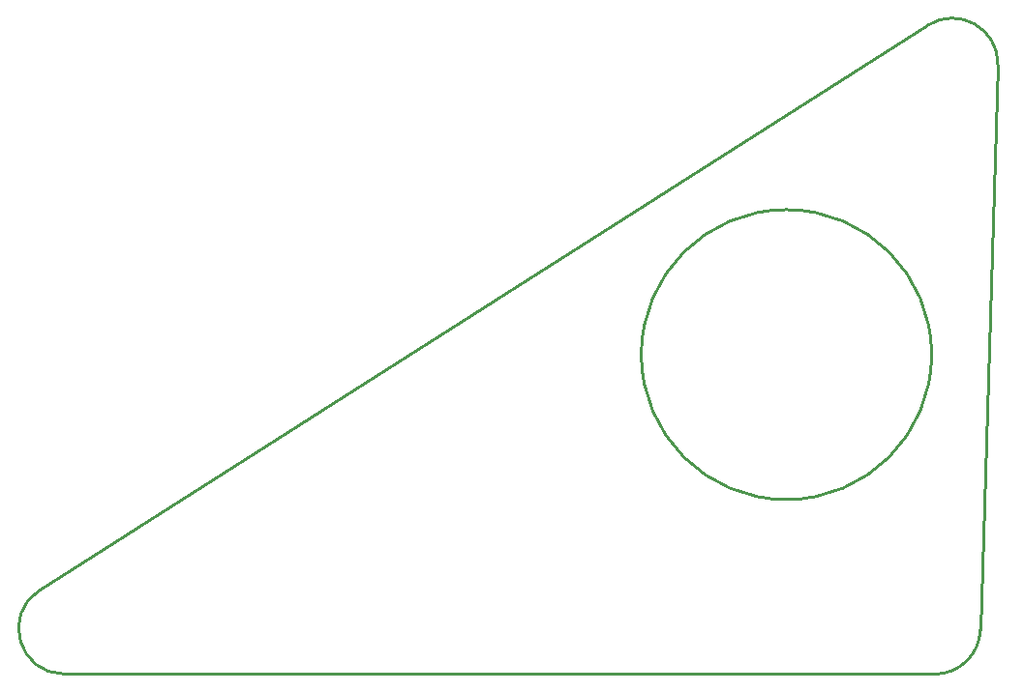
<source format=gm1>
G04 #@! TF.GenerationSoftware,KiCad,Pcbnew,(6.0.0)*
G04 #@! TF.CreationDate,2022-02-11T23:27:56-05:00*
G04 #@! TF.ProjectId,FalconLHS,46616c63-6f6e-44c4-9853-2e6b69636164,1A*
G04 #@! TF.SameCoordinates,Original*
G04 #@! TF.FileFunction,Profile,NP*
%FSLAX46Y46*%
G04 Gerber Fmt 4.6, Leading zero omitted, Abs format (unit mm)*
G04 Created by KiCad (PCBNEW (6.0.0)) date 2022-02-11 23:27:56*
%MOMM*%
%LPD*%
G01*
G04 APERTURE LIST*
G04 #@! TA.AperFunction,Profile*
%ADD10C,0.250000*%
G04 #@! TD*
G04 APERTURE END LIST*
D10*
X106851214Y-120626171D02*
X184516048Y-71161561D01*
X184866856Y-100011804D02*
G75*
G03*
X184866856Y-100011804I-12700000J0D01*
G01*
X185128321Y-127999999D02*
X109000000Y-128000000D01*
X185128321Y-127999999D02*
G75*
G03*
X189126393Y-124124191I-1J4000001D01*
G01*
X190662906Y-74659581D02*
G75*
G03*
X184516048Y-71161561I-3998072J124191D01*
G01*
X106851214Y-120626171D02*
G75*
G03*
X109000000Y-128000000I2148786J-3373829D01*
G01*
X190662906Y-74659581D02*
X189126393Y-124124191D01*
M02*

</source>
